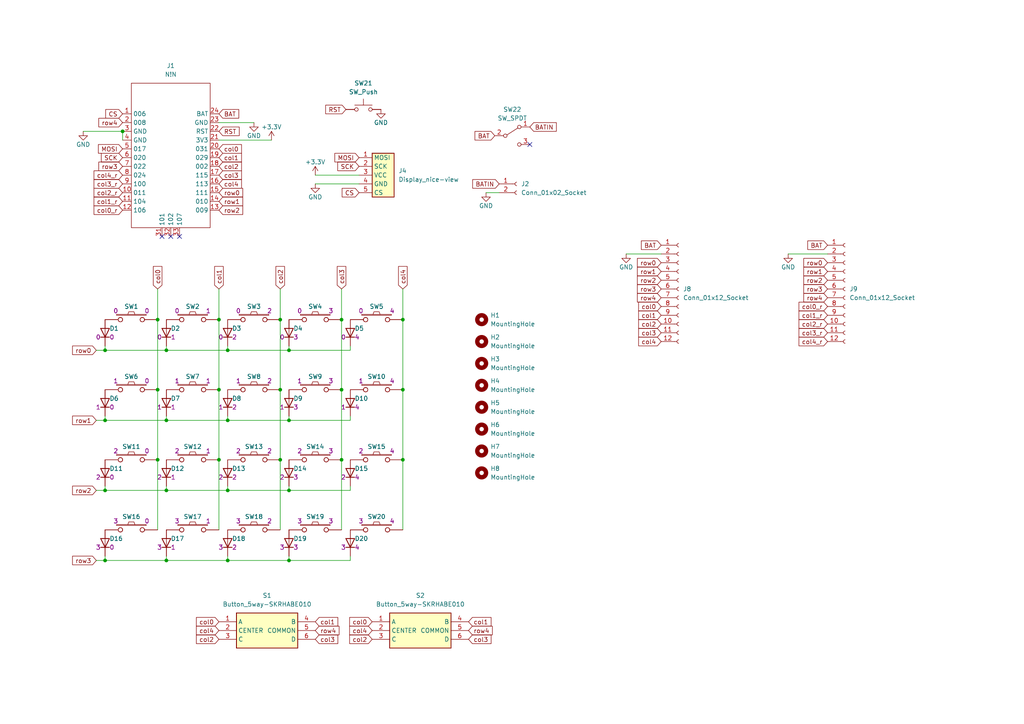
<source format=kicad_sch>
(kicad_sch (version 20230121) (generator eeschema)
  (paper "A4")
  (lib_symbols
    (symbol "Connector:Conn_01x02_Socket" (pin_names (offset 1.016) hide)
      (property "Reference" "J" (at 0 2.54 0))
      (property "Value" "Conn_01x02_Socket" (at 0 -5.08 0))
      (symbol "Conn_01x02_Socket_1_1"
        (arc (start 0 -2.032) (mid -0.5058 -2.54) (end 0 -3.048) (stroke (width 0.1524)))
        (polyline (pts (xy -1.27 -2.54) (xy -0.508 -2.54)) (stroke (width 0.1524)))
        (polyline (pts (xy -1.27 0) (xy -0.508 0)) (stroke (width 0.1524)))
        (arc (start 0 0.508) (mid -0.5058 0) (end 0 -0.508) (stroke (width 0.1524)))
        (pin passive line (at -5.08 0 0) (length 3.81) (name "Pin_1") (number "1"))
        (pin passive line (at -5.08 -2.54 0) (length 3.81) (name "Pin_2") (number "2"))
      )
    )
    (symbol "Connector:Conn_01x12_Socket" (pin_names (offset 1.016) hide)
      (property "Reference" "J" (at 0 15.24 0))
      (property "Value" "Conn_01x12_Socket" (at 0 -17.78 0))
      (symbol "Conn_01x12_Socket_1_1"
        (arc (start 0 -14.732) (mid -0.5058 -15.24) (end 0 -15.748) (stroke (width 0.1524)))
        (arc (start 0 -12.192) (mid -0.5058 -12.7) (end 0 -13.208) (stroke (width 0.1524)))
        (arc (start 0 -9.652) (mid -0.5058 -10.16) (end 0 -10.668) (stroke (width 0.1524)))
        (arc (start 0 -7.112) (mid -0.5058 -7.62) (end 0 -8.128) (stroke (width 0.1524)))
        (arc (start 0 -4.572) (mid -0.5058 -5.08) (end 0 -5.588) (stroke (width 0.1524)))
        (arc (start 0 -2.032) (mid -0.5058 -2.54) (end 0 -3.048) (stroke (width 0.1524)))
        (polyline (pts (xy -1.27 -15.24) (xy -0.508 -15.24)) (stroke (width 0.1524)))
        (polyline (pts (xy -1.27 -12.7) (xy -0.508 -12.7)) (stroke (width 0.1524)))
        (polyline (pts (xy -1.27 -10.16) (xy -0.508 -10.16)) (stroke (width 0.1524)))
        (polyline (pts (xy -1.27 -7.62) (xy -0.508 -7.62)) (stroke (width 0.1524)))
        (polyline (pts (xy -1.27 -5.08) (xy -0.508 -5.08)) (stroke (width 0.1524)))
        (polyline (pts (xy -1.27 -2.54) (xy -0.508 -2.54)) (stroke (width 0.1524)))
        (polyline (pts (xy -1.27 0) (xy -0.508 0)) (stroke (width 0.1524)))
        (polyline (pts (xy -1.27 2.54) (xy -0.508 2.54)) (stroke (width 0.1524)))
        (polyline (pts (xy -1.27 5.08) (xy -0.508 5.08)) (stroke (width 0.1524)))
        (polyline (pts (xy -1.27 7.62) (xy -0.508 7.62)) (stroke (width 0.1524)))
        (polyline (pts (xy -1.27 10.16) (xy -0.508 10.16)) (stroke (width 0.1524)))
        (polyline (pts (xy -1.27 12.7) (xy -0.508 12.7)) (stroke (width 0.1524)))
        (arc (start 0 0.508) (mid -0.5058 0) (end 0 -0.508) (stroke (width 0.1524)))
        (arc (start 0 3.048) (mid -0.5058 2.54) (end 0 2.032) (stroke (width 0.1524)))
        (arc (start 0 5.588) (mid -0.5058 5.08) (end 0 4.572) (stroke (width 0.1524)))
        (arc (start 0 8.128) (mid -0.5058 7.62) (end 0 7.112) (stroke (width 0.1524)))
        (arc (start 0 10.668) (mid -0.5058 10.16) (end 0 9.652) (stroke (width 0.1524)))
        (arc (start 0 13.208) (mid -0.5058 12.7) (end 0 12.192) (stroke (width 0.1524)))
        (pin passive line (at -5.08 12.7 0) (length 3.81) (name "Pin_1") (number "1"))
        (pin passive line (at -5.08 -10.16 0) (length 3.81) (name "Pin_10") (number "10"))
        (pin passive line (at -5.08 -12.7 0) (length 3.81) (name "Pin_11") (number "11"))
        (pin passive line (at -5.08 -15.24 0) (length 3.81) (name "Pin_12") (number "12"))
        (pin passive line (at -5.08 10.16 0) (length 3.81) (name "Pin_2") (number "2"))
        (pin passive line (at -5.08 7.62 0) (length 3.81) (name "Pin_3") (number "3"))
        (pin passive line (at -5.08 5.08 0) (length 3.81) (name "Pin_4") (number "4"))
        (pin passive line (at -5.08 2.54 0) (length 3.81) (name "Pin_5") (number "5"))
        (pin passive line (at -5.08 0 0) (length 3.81) (name "Pin_6") (number "6"))
        (pin passive line (at -5.08 -2.54 0) (length 3.81) (name "Pin_7") (number "7"))
        (pin passive line (at -5.08 -5.08 0) (length 3.81) (name "Pin_8") (number "8"))
        (pin passive line (at -5.08 -7.62 0) (length 3.81) (name "Pin_9") (number "9"))
      )
    )
    (symbol "Mechanical:MountingHole" (pin_names (offset 1.016))
      (property "Reference" "H" (at 0 5.08 0))
      (property "Value" "MountingHole" (at 0 3.175 0))
      (symbol "MountingHole_0_1"
        (circle (center 0 0) (radius 1.27) (stroke (width 1.27)))
      )
    )
    (symbol "Switch:SW_Push" (pin_numbers hide) (pin_names (offset 1.016) hide)
      (property "Reference" "SW" (at 1.27 2.54 0))
      (property "Value" "SW_Push" (at 0 -1.524 0))
      (symbol "SW_Push_0_1"
        (circle (center -2.032 0) (radius 0.508))
        (polyline (pts (xy 0 1.27) (xy 0 3.048)))
        (polyline (pts (xy 2.54 1.27) (xy -2.54 1.27)))
        (circle (center 2.032 0) (radius 0.508))
        (pin passive line (at -5.08 0 0) (length 2.54) (name "1") (number "1"))
        (pin passive line (at 5.08 0 180) (length 2.54) (name "2") (number "2"))
      )
    )
    (symbol "Switch:SW_SPDT" (pin_names (offset 0) hide)
      (property "Reference" "SW" (at 0 4.318 0))
      (property "Value" "SW_SPDT" (at 0 -5.08 0))
      (symbol "SW_SPDT_0_0"
        (circle (center -2.032 0) (radius 0.508))
        (circle (center 2.032 -2.54) (radius 0.508))
      )
      (symbol "SW_SPDT_0_1"
        (polyline (pts (xy -1.524 0.254) (xy 1.651 2.286)))
        (circle (center 2.032 2.54) (radius 0.508))
      )
      (symbol "SW_SPDT_1_1"
        (pin passive line (at 5.08 2.54 180) (length 2.54) (name "A") (number "1"))
        (pin passive line (at -5.08 0 0) (length 2.54) (name "B") (number "2"))
        (pin passive line (at 5.08 -2.54 180) (length 2.54) (name "C") (number "3"))
      )
    )
    (symbol "power:+3.3V" (power) (pin_names (offset 0))
      (property "Value" "+3.3V" (at 0 3.556 0))
      (symbol "+3.3V_0_1"
        (polyline (pts (xy -0.762 1.27) (xy 0 2.54)))
        (polyline (pts (xy 0 0) (xy 0 2.54)))
        (polyline (pts (xy 0 2.54) (xy 0.762 1.27)))
      )
      (symbol "+3.3V_1_1"
        (pin power_in line (at 0 0 90) (length 0) hide (name "+3.3V") (number "1"))
      )
    )
    (symbol "power:GND" (power) (pin_names (offset 0))
      (property "Value" "GND" (at 0 -3.81 0))
      (symbol "GND_0_1"
        (polyline (pts (xy 0 0) (xy 0 -1.27) (xy 1.27 -1.27) (xy 0 -2.54) (xy -1.27 -1.27) (xy 0 -1.27)))
      )
      (symbol "GND_1_1"
        (pin power_in line (at 0 0 270) (length 0) hide (name "GND") (number "1"))
      )
    )
    (symbol "zzkeeb:Button_5way-SKRHABE010"
      (property "Reference" "S" (at 0 8.89 0))
      (property "Value" "Button_5way-SKRHABE010" (at 0 6.35 0))
      (symbol "Button_5way-SKRHABE010_1_1"
        (rectangle (start -8.89 5.08) (end 8.89 -5.08) (stroke (width 0.254)) (fill (type background)))
        (pin passive line (at -13.97 2.54 0) (length 5.08) (name "A") (number "1"))
        (pin passive line (at -13.97 0 0) (length 5.08) (name "CENTER") (number "2"))
        (pin passive line (at -13.97 -2.54 0) (length 5.08) (name "C") (number "3"))
        (pin passive line (at 13.97 2.54 180) (length 5.08) (name "B") (number "4"))
        (pin passive line (at 13.97 0 180) (length 5.08) (name "COMMON") (number "5"))
        (pin passive line (at 13.97 -2.54 180) (length 5.08) (name "D") (number "6"))
      )
    )
    (symbol "zzkeeb:Diode" (pin_numbers hide) (pin_names (offset 1.016) hide)
      (property "Reference" "D" (at 1.27 1.27 0))
      (property "row" "0" (at -1.27 -1.27 0))
      (property "col" "0" (at 1.27 -1.27 0))
      (symbol "Diode_0_1"
        (polyline (pts (xy -1.27 -1.27) (xy 1.27 -1.27)) (stroke (width 0.254)))
        (polyline (pts (xy 0 1.27) (xy 0 -1.27)))
        (polyline (pts (xy -1.27 1.27) (xy 1.27 1.27) (xy 0 -1.27) (xy -1.27 1.27)) (stroke (width 0.254)))
      )
      (symbol "Diode_1_1"
        (pin passive line (at 0 -3.81 90) (length 2.54) (name "K") (number "1"))
        (pin passive line (at 0 3.81 270) (length 2.54) (name "A") (number "2"))
      )
    )
    (symbol "zzkeeb:Display_nice-view"
      (property "Reference" "J" (at 0 11.43 0))
      (property "Value" "Display_nice-view" (at 0 8.89 0))
      (symbol "Display_nice-view_1_1"
        (rectangle (start -2.54 6.35) (end 3.81 -6.35) (stroke (width 0.254)) (fill (type background)))
        (pin input line (at -6.35 5.08 0) (length 3.81) (name "MOSI") (number "1"))
        (pin input line (at -6.35 2.54 0) (length 3.81) (name "SCK") (number "2"))
        (pin power_in line (at -6.35 0 0) (length 3.81) (name "VCC") (number "3"))
        (pin power_out line (at -6.35 -2.54 0) (length 3.81) (name "GND") (number "4"))
        (pin input line (at -6.35 -5.08 0) (length 3.81) (name "CS") (number "5"))
      )
    )
    (symbol "zzkeeb:MCU_nice-nano"
      (property "Reference" "J?" (at -1.27 0 0))
      (property "Value" "N!N" (at -1.27 -2.54 0))
      (symbol "MCU_nice-nano_0_1"
        (rectangle (start -11.43 21.59) (end 11.43 -20.32) (stroke (width 0.1524)))
      )
      (symbol "MCU_nice-nano_1_1"
        (pin bidirectional line (at -13.97 12.7 0) (length 2.54) (name "006") (number "1"))
        (pin bidirectional line (at -13.97 -10.16 0) (length 2.54) (name "011") (number "10"))
        (pin bidirectional line (at -13.97 -12.7 0) (length 2.54) (name "104") (number "11"))
        (pin bidirectional line (at -13.97 -15.24 0) (length 2.54) (name "106") (number "12"))
        (pin bidirectional line (at 13.97 -15.24 180) (length 2.54) (name "009") (number "13"))
        (pin bidirectional line (at 13.97 -12.7 180) (length 2.54) (name "010") (number "14"))
        (pin bidirectional line (at 13.97 -10.16 180) (length 2.54) (name "111") (number "15"))
        (pin bidirectional line (at 13.97 -7.62 180) (length 2.54) (name "113") (number "16"))
        (pin bidirectional line (at 13.97 -5.08 180) (length 2.54) (name "115") (number "17"))
        (pin bidirectional line (at 13.97 -2.54 180) (length 2.54) (name "002") (number "18"))
        (pin bidirectional line (at 13.97 0 180) (length 2.54) (name "029") (number "19"))
        (pin bidirectional line (at -13.97 10.16 0) (length 2.54) (name "008") (number "2"))
        (pin bidirectional line (at 13.97 2.54 180) (length 2.54) (name "031") (number "20"))
        (pin power_in line (at 13.97 5.08 180) (length 2.54) (name "3V3") (number "21"))
        (pin bidirectional line (at 13.97 7.62 180) (length 2.54) (name "RST") (number "22"))
        (pin power_in line (at 13.97 10.16 180) (length 2.54) (name "GND") (number "23"))
        (pin power_in line (at 13.97 12.7 180) (length 2.54) (name "BAT") (number "24"))
        (pin power_in line (at -13.97 7.62 0) (length 2.54) (name "GND") (number "3"))
        (pin bidirectional line (at -2.54 -22.86 90) (length 2.54) (name "101") (number "31"))
        (pin bidirectional line (at 0 -22.86 90) (length 2.54) (name "102") (number "32"))
        (pin bidirectional line (at 2.54 -22.86 90) (length 2.54) (name "107") (number "33"))
        (pin power_in line (at -13.97 5.08 0) (length 2.54) (name "GND") (number "4"))
        (pin bidirectional line (at -13.97 2.54 0) (length 2.54) (name "017") (number "5"))
        (pin bidirectional line (at -13.97 0 0) (length 2.54) (name "020") (number "6"))
        (pin bidirectional line (at -13.97 -2.54 0) (length 2.54) (name "022") (number "7"))
        (pin bidirectional line (at -13.97 -5.08 0) (length 2.54) (name "024") (number "8"))
        (pin bidirectional line (at -13.97 -7.62 0) (length 2.54) (name "100") (number "9"))
      )
    )
    (symbol "zzkeeb:Switch" (pin_numbers hide) (pin_names (offset 1.016) hide)
      (property "Reference" "SW" (at 0 3.81 0))
      (property "row" "0" (at -3.81 2.54 0))
      (property "col" "0" (at 3.81 2.54 0))
      (symbol "Switch_0_1"
        (rectangle (start -4.318 1.524) (end 4.318 1.27))
        (polyline (pts (xy -1.016 1.524) (xy -0.762 2.286) (xy 0.762 2.286) (xy 1.016 1.524)))
        (pin passive inverted (at -7.62 0 0) (length 5.08) (name "1") (number "1"))
        (pin passive inverted (at 7.62 0 180) (length 5.08) (name "2") (number "2"))
      )
    )
  )
  (junction (at 63.5 113.03))
  (junction (at 83.82 142.24))
  (junction (at 81.28 133.35))
  (junction (at 99.06 133.35))
  (junction (at 45.72 133.35))
  (junction (at 48.26 142.24))
  (junction (at 83.82 162.56))
  (junction (at 116.84 113.03))
  (junction (at 63.5 92.71))
  (junction (at 66.04 142.24))
  (junction (at 99.06 113.03))
  (junction (at 30.48 121.92))
  (junction (at 48.26 162.56))
  (junction (at 63.5 133.35))
  (junction (at 48.26 121.92))
  (junction (at 48.26 101.6))
  (junction (at 66.04 162.56))
  (junction (at 30.48 142.24))
  (junction (at 81.28 92.71))
  (junction (at 83.82 101.6))
  (junction (at 116.84 92.71))
  (junction (at 116.84 133.35))
  (junction (at 83.82 121.92))
  (junction (at 66.04 101.6))
  (junction (at 99.06 92.71))
  (junction (at 35.56 38.1))
  (junction (at 45.72 113.03))
  (junction (at 81.28 113.03))
  (junction (at 45.72 92.71))
  (junction (at 30.48 162.56))
  (junction (at 30.48 101.6))
  (junction (at 66.04 121.92))
  (no_connect (at 49.53 68.58))
  (no_connect (at 52.07 68.58))
  (no_connect (at 46.99 68.58))
  (no_connect (at 153.67 41.91))
  (wire (pts (xy 81.28 92.71) (xy 81.28 113.03)))
  (wire (pts (xy 63.5 133.35) (xy 63.5 153.67)))
  (wire (pts (xy 83.82 162.56) (xy 101.6 162.56)))
  (wire (pts (xy 99.06 83.82) (xy 99.06 92.71)))
  (wire (pts (xy 30.48 140.97) (xy 30.48 142.24)))
  (wire (pts (xy 116.84 133.35) (xy 116.84 153.67)))
  (wire (pts (xy 48.26 162.56) (xy 66.04 162.56)))
  (wire (pts (xy 66.04 161.29) (xy 66.04 162.56)))
  (wire (pts (xy 30.48 100.33) (xy 30.48 101.6)))
  (wire (pts (xy 99.06 92.71) (xy 99.06 113.03)))
  (wire (pts (xy 24.13 38.1) (xy 35.56 38.1)))
  (wire (pts (xy 48.26 101.6) (xy 66.04 101.6)))
  (wire (pts (xy 45.72 133.35) (xy 45.72 153.67)))
  (wire (pts (xy 83.82 120.65) (xy 83.82 121.92)))
  (wire (pts (xy 30.48 101.6) (xy 48.26 101.6)))
  (wire (pts (xy 83.82 161.29) (xy 83.82 162.56)))
  (wire (pts (xy 99.06 113.03) (xy 99.06 133.35)))
  (wire (pts (xy 48.26 121.92) (xy 66.04 121.92)))
  (wire (pts (xy 66.04 100.33) (xy 66.04 101.6)))
  (wire (pts (xy 30.48 162.56) (xy 48.26 162.56)))
  (wire (pts (xy 81.28 83.82) (xy 81.28 92.71)))
  (wire (pts (xy 63.5 92.71) (xy 63.5 113.03)))
  (wire (pts (xy 63.5 35.56) (xy 73.66 35.56)))
  (wire (pts (xy 30.48 120.65) (xy 30.48 121.92)))
  (wire (pts (xy 63.5 40.64) (xy 78.74 40.64)))
  (wire (pts (xy 30.48 161.29) (xy 30.48 162.56)))
  (wire (pts (xy 48.26 161.29) (xy 48.26 162.56)))
  (wire (pts (xy 101.6 100.33) (xy 101.6 101.6)))
  (wire (pts (xy 66.04 142.24) (xy 83.82 142.24)))
  (wire (pts (xy 66.04 101.6) (xy 83.82 101.6)))
  (wire (pts (xy 66.04 162.56) (xy 83.82 162.56)))
  (wire (pts (xy 30.48 142.24) (xy 48.26 142.24)))
  (wire (pts (xy 63.5 83.82) (xy 63.5 92.71)))
  (wire (pts (xy 99.06 133.35) (xy 99.06 153.67)))
  (wire (pts (xy 45.72 83.82) (xy 45.72 92.71)))
  (wire (pts (xy 48.26 142.24) (xy 66.04 142.24)))
  (wire (pts (xy 81.28 113.03) (xy 81.28 133.35)))
  (wire (pts (xy 45.72 92.71) (xy 45.72 113.03)))
  (wire (pts (xy 30.48 121.92) (xy 48.26 121.92)))
  (wire (pts (xy 66.04 121.92) (xy 83.82 121.92)))
  (wire (pts (xy 27.94 142.24) (xy 30.48 142.24)))
  (wire (pts (xy 45.72 113.03) (xy 45.72 133.35)))
  (wire (pts (xy 83.82 121.92) (xy 101.6 121.92)))
  (wire (pts (xy 83.82 101.6) (xy 101.6 101.6)))
  (wire (pts (xy 116.84 83.82) (xy 116.84 92.71)))
  (wire (pts (xy 27.94 162.56) (xy 30.48 162.56)))
  (wire (pts (xy 91.44 53.34) (xy 104.14 53.34)))
  (wire (pts (xy 116.84 92.71) (xy 116.84 113.03)))
  (wire (pts (xy 81.28 133.35) (xy 81.28 153.67)))
  (wire (pts (xy 116.84 113.03) (xy 116.84 133.35)))
  (wire (pts (xy 66.04 140.97) (xy 66.04 142.24)))
  (wire (pts (xy 48.26 100.33) (xy 48.26 101.6)))
  (wire (pts (xy 83.82 140.97) (xy 83.82 142.24)))
  (wire (pts (xy 35.56 38.1) (xy 35.56 40.64)))
  (wire (pts (xy 228.6 73.66) (xy 240.03 73.66)))
  (wire (pts (xy 83.82 142.24) (xy 101.6 142.24)))
  (wire (pts (xy 101.6 140.97) (xy 101.6 142.24)))
  (wire (pts (xy 63.5 113.03) (xy 63.5 133.35)))
  (wire (pts (xy 27.94 121.92) (xy 30.48 121.92)))
  (wire (pts (xy 181.61 73.66) (xy 191.77 73.66)))
  (wire (pts (xy 27.94 101.6) (xy 30.48 101.6)))
  (wire (pts (xy 140.97 55.88) (xy 144.78 55.88)))
  (wire (pts (xy 101.6 161.29) (xy 101.6 162.56)))
  (wire (pts (xy 66.04 120.65) (xy 66.04 121.92)))
  (wire (pts (xy 48.26 140.97) (xy 48.26 142.24)))
  (wire (pts (xy 83.82 100.33) (xy 83.82 101.6)))
  (wire (pts (xy 101.6 120.65) (xy 101.6 121.92)))
  (wire (pts (xy 91.44 50.8) (xy 104.14 50.8)))
  (wire (pts (xy 48.26 120.65) (xy 48.26 121.92)))
  (global_label "col2" (shape input) (at 191.77 93.98 180) (property "Intersheetrefs" "${INTERSHEET_REFS}" (effects hide)))
  (global_label "col4" (shape input) (at 107.95 182.88 180) (property "Intersheetrefs" "${INTERSHEET_REFS}" (effects hide)))
  (global_label "col1" (shape input) (at 191.77 91.44 180) (property "Intersheetrefs" "${INTERSHEET_REFS}" (effects hide)))
  (global_label "row1" (shape input) (at 63.5 58.42 0) (property "Intersheetrefs" "${INTERSHEET_REFS}" (effects hide)))
  (global_label "row2" (shape input) (at 63.5 60.96 0) (property "Intersheetrefs" "${INTERSHEET_REFS}" (effects hide)))
  (global_label "SCK" (shape input) (at 104.14 48.26 180) (property "Intersheetrefs" "${INTERSHEET_REFS}" (effects hide)))
  (global_label "col2" (shape input) (at 81.28 83.82 90) (property "Intersheetrefs" "${INTERSHEET_REFS}" (effects hide)))
  (global_label "col4" (shape input) (at 191.77 99.06 180) (property "Intersheetrefs" "${INTERSHEET_REFS}" (effects hide)))
  (global_label "col3" (shape input) (at 91.44 185.42 0) (property "Intersheetrefs" "${INTERSHEET_REFS}" (effects hide)))
  (global_label "CS" (shape input) (at 35.56 33.02 180) (property "Intersheetrefs" "${INTERSHEET_REFS}" (effects hide)))
  (global_label "col4" (shape input) (at 63.5 182.88 180) (property "Intersheetrefs" "${INTERSHEET_REFS}" (effects hide)))
  (global_label "MOSI" (shape input) (at 35.56 43.18 180) (property "Intersheetrefs" "${INTERSHEET_REFS}" (effects hide)))
  (global_label "col4" (shape input) (at 116.84 83.82 90) (property "Intersheetrefs" "${INTERSHEET_REFS}" (effects hide)))
  (global_label "col3_r" (shape input) (at 240.03 96.52 180) (property "Intersheetrefs" "${INTERSHEET_REFS}" (effects hide)))
  (global_label "col1" (shape input) (at 63.5 83.82 90) (property "Intersheetrefs" "${INTERSHEET_REFS}" (effects hide)))
  (global_label "row4" (shape input) (at 91.44 182.88 0) (property "Intersheetrefs" "${INTERSHEET_REFS}" (effects hide)))
  (global_label "col3" (shape input) (at 99.06 83.82 90) (property "Intersheetrefs" "${INTERSHEET_REFS}" (effects hide)))
  (global_label "col1_r" (shape input) (at 240.03 91.44 180) (property "Intersheetrefs" "${INTERSHEET_REFS}" (effects hide)))
  (global_label "CS" (shape input) (at 104.14 55.88 180) (property "Intersheetrefs" "${INTERSHEET_REFS}" (effects hide)))
  (global_label "row4" (shape input) (at 191.77 86.36 180) (property "Intersheetrefs" "${INTERSHEET_REFS}" (effects hide)))
  (global_label "col1_r" (shape input) (at 35.56 58.42 180) (property "Intersheetrefs" "${INTERSHEET_REFS}" (effects hide)))
  (global_label "col2" (shape input) (at 63.5 185.42 180) (property "Intersheetrefs" "${INTERSHEET_REFS}" (effects hide)))
  (global_label "col1" (shape input) (at 91.44 180.34 0) (property "Intersheetrefs" "${INTERSHEET_REFS}" (effects hide)))
  (global_label "row1" (shape input) (at 191.77 78.74 180) (property "Intersheetrefs" "${INTERSHEET_REFS}" (effects hide)))
  (global_label "row0" (shape input) (at 63.5 55.88 0) (property "Intersheetrefs" "${INTERSHEET_REFS}" (effects hide)))
  (global_label "row2" (shape input) (at 191.77 81.28 180) (property "Intersheetrefs" "${INTERSHEET_REFS}" (effects hide)))
  (global_label "row3" (shape input) (at 27.94 162.56 180) (property "Intersheetrefs" "${INTERSHEET_REFS}" (effects hide)))
  (global_label "row4" (shape input) (at 35.56 35.56 180) (property "Intersheetrefs" "${INTERSHEET_REFS}" (effects hide)))
  (global_label "row3" (shape input) (at 240.03 83.82 180) (property "Intersheetrefs" "${INTERSHEET_REFS}" (effects hide)))
  (global_label "row1" (shape input) (at 240.03 78.74 180) (property "Intersheetrefs" "${INTERSHEET_REFS}" (effects hide)))
  (global_label "BAT" (shape input) (at 63.5 33.02 0) (property "Intersheetrefs" "${INTERSHEET_REFS}" (effects hide)))
  (global_label "row4" (shape input) (at 135.89 182.88 0) (property "Intersheetrefs" "${INTERSHEET_REFS}" (effects hide)))
  (global_label "col4_r" (shape input) (at 35.56 50.8 180) (property "Intersheetrefs" "${INTERSHEET_REFS}" (effects hide)))
  (global_label "col0" (shape input) (at 63.5 43.18 0) (property "Intersheetrefs" "${INTERSHEET_REFS}" (effects hide)))
  (global_label "col3_r" (shape input) (at 35.56 53.34 180) (property "Intersheetrefs" "${INTERSHEET_REFS}" (effects hide)))
  (global_label "col0" (shape input) (at 45.72 83.82 90) (property "Intersheetrefs" "${INTERSHEET_REFS}" (effects hide)))
  (global_label "BAT" (shape input) (at 240.03 71.12 180) (property "Intersheetrefs" "${INTERSHEET_REFS}" (effects hide)))
  (global_label "BAT" (shape input) (at 191.77 71.12 180) (property "Intersheetrefs" "${INTERSHEET_REFS}" (effects hide)))
  (global_label "SCK" (shape input) (at 35.56 45.72 180) (property "Intersheetrefs" "${INTERSHEET_REFS}" (effects hide)))
  (global_label "row4" (shape input) (at 240.03 86.36 180) (property "Intersheetrefs" "${INTERSHEET_REFS}" (effects hide)))
  (global_label "row3" (shape input) (at 35.56 48.26 180) (property "Intersheetrefs" "${INTERSHEET_REFS}" (effects hide)))
  (global_label "col1" (shape input) (at 63.5 45.72 0) (property "Intersheetrefs" "${INTERSHEET_REFS}" (effects hide)))
  (global_label "col0" (shape input) (at 191.77 88.9 180) (property "Intersheetrefs" "${INTERSHEET_REFS}" (effects hide)))
  (global_label "col2" (shape input) (at 107.95 185.42 180) (property "Intersheetrefs" "${INTERSHEET_REFS}" (effects hide)))
  (global_label "row2" (shape input) (at 240.03 81.28 180) (property "Intersheetrefs" "${INTERSHEET_REFS}" (effects hide)))
  (global_label "col0" (shape input) (at 107.95 180.34 180) (property "Intersheetrefs" "${INTERSHEET_REFS}" (effects hide)))
  (global_label "row1" (shape input) (at 27.94 121.92 180) (property "Intersheetrefs" "${INTERSHEET_REFS}" (effects hide)))
  (global_label "RST" (shape input) (at 63.5 38.1 0) (property "Intersheetrefs" "${INTERSHEET_REFS}" (effects hide)))
  (global_label "BATIN" (shape input) (at 153.67 36.83 0) (property "Intersheetrefs" "${INTERSHEET_REFS}" (effects hide)))
  (global_label "RST" (shape input) (at 100.33 31.75 180) (property "Intersheetrefs" "${INTERSHEET_REFS}" (effects hide)))
  (global_label "col4" (shape input) (at 63.5 53.34 0) (property "Intersheetrefs" "${INTERSHEET_REFS}" (effects hide)))
  (global_label "col2" (shape input) (at 63.5 48.26 0) (property "Intersheetrefs" "${INTERSHEET_REFS}" (effects hide)))
  (global_label "col3" (shape input) (at 135.89 185.42 0) (property "Intersheetrefs" "${INTERSHEET_REFS}" (effects hide)))
  (global_label "col4_r" (shape input) (at 240.03 99.06 180) (property "Intersheetrefs" "${INTERSHEET_REFS}" (effects hide)))
  (global_label "row3" (shape input) (at 191.77 83.82 180) (property "Intersheetrefs" "${INTERSHEET_REFS}" (effects hide)))
  (global_label "col2_r" (shape input) (at 240.03 93.98 180) (property "Intersheetrefs" "${INTERSHEET_REFS}" (effects hide)))
  (global_label "row2" (shape input) (at 27.94 142.24 180) (property "Intersheetrefs" "${INTERSHEET_REFS}" (effects hide)))
  (global_label "MOSI" (shape input) (at 104.14 45.72 180) (property "Intersheetrefs" "${INTERSHEET_REFS}" (effects hide)))
  (global_label "col0_r" (shape input) (at 35.56 60.96 180) (property "Intersheetrefs" "${INTERSHEET_REFS}" (effects hide)))
  (global_label "row0" (shape input) (at 191.77 76.2 180) (property "Intersheetrefs" "${INTERSHEET_REFS}" (effects hide)))
  (global_label "col0_r" (shape input) (at 240.03 88.9 180) (property "Intersheetrefs" "${INTERSHEET_REFS}" (effects hide)))
  (global_label "col3" (shape input) (at 63.5 50.8 0) (property "Intersheetrefs" "${INTERSHEET_REFS}" (effects hide)))
  (global_label "col1" (shape input) (at 135.89 180.34 0) (property "Intersheetrefs" "${INTERSHEET_REFS}" (effects hide)))
  (global_label "col3" (shape input) (at 191.77 96.52 180) (property "Intersheetrefs" "${INTERSHEET_REFS}" (effects hide)))
  (global_label "BATIN" (shape input) (at 144.78 53.34 180) (property "Intersheetrefs" "${INTERSHEET_REFS}" (effects hide)))
  (global_label "row0" (shape input) (at 240.03 76.2 180) (property "Intersheetrefs" "${INTERSHEET_REFS}" (effects hide)))
  (global_label "row0" (shape input) (at 27.94 101.6 180) (property "Intersheetrefs" "${INTERSHEET_REFS}" (effects hide)))
  (global_label "col2_r" (shape input) (at 35.56 55.88 180) (property "Intersheetrefs" "${INTERSHEET_REFS}" (effects hide)))
  (global_label "BAT" (shape input) (at 143.51 39.37 180) (property "Intersheetrefs" "${INTERSHEET_REFS}" (effects hide)))
  (global_label "col0" (shape input) (at 63.5 180.34 180) (property "Intersheetrefs" "${INTERSHEET_REFS}" (effects hide)))
  (symbol (lib_id "zzkeeb:Switch") (at 38.1 133.35 0) (unit 1)
    (property "Reference" "SW11" (at 38.1 129.54 0))
    (property "Value" "Switch" (effects hide))
    (property "Footprint" "zzkeeb:Switch_ChocV1-hotswap-reversible" (effects hide))
    (property "row" "2" (at 34.29 130.81 0) (effects (justify right)))
    (property "col" "0" (at 41.91 130.81 0) (effects (justify left)))
  )
  (symbol (lib_id "zzkeeb:Switch") (at 91.44 92.71 0) (unit 1)
    (property "Reference" "SW4" (at 91.44 88.9 0))
    (property "Value" "Switch" (effects hide))
    (property "Footprint" "zzkeeb:Switch_ChocV1-hotswap-reversible" (effects hide))
    (property "row" "0" (at 87.63 90.17 0) (effects (justify right)))
    (property "col" "3" (at 95.25 90.17 0) (effects (justify left)))
  )
  (symbol (lib_id "zzkeeb:Switch") (at 73.66 113.03 0) (unit 1)
    (property "Reference" "SW8" (at 73.66 109.22 0))
    (property "Value" "Switch" (effects hide))
    (property "Footprint" "zzkeeb:Switch_ChocV1-hotswap-reversible" (effects hide))
    (property "row" "1" (at 69.85 110.49 0) (effects (justify right)))
    (property "col" "2" (at 77.47 110.49 0) (effects (justify left)))
  )
  (symbol (lib_id "zzkeeb:Diode") (at 66.04 96.52 0) (unit 1)
    (property "Reference" "D3" (at 67.31 95.25 0) (effects (justify left)))
    (property "Value" "D" (effects hide))
    (property "Footprint" "zzkeeb:Diode_1N4148-SOD123-reversible-flip3d" (effects hide))
    (property "Sim.Device" "D" (effects hide))
    (property "Sim.Pins" "1=K 2=A" (effects hide))
    (property "row" "0" (at 64.77 97.79 0) (effects (justify right)))
    (property "col" "2" (at 67.31 97.79 0) (effects (justify left)))
  )
  (symbol (lib_id "zzkeeb:Diode") (at 83.82 137.16 0) (unit 1)
    (property "Reference" "D14" (at 85.09 135.89 0) (effects (justify left)))
    (property "Value" "D" (effects hide))
    (property "Footprint" "zzkeeb:Diode_1N4148-SOD123-reversible-flip3d" (effects hide))
    (property "Sim.Device" "D" (effects hide))
    (property "Sim.Pins" "1=K 2=A" (effects hide))
    (property "row" "2" (at 82.55 138.43 0) (effects (justify right)))
    (property "col" "3" (at 85.09 138.43 0) (effects (justify left)))
  )
  (symbol (lib_id "zzkeeb:Diode") (at 30.48 96.52 0) (unit 1)
    (property "Reference" "D1" (at 31.75 95.25 0) (effects (justify left)))
    (property "Value" "D" (effects hide))
    (property "Footprint" "zzkeeb:Diode_1N4148-SOD123-reversible-flip3d" (effects hide))
    (property "Sim.Device" "D" (effects hide))
    (property "Sim.Pins" "1=K 2=A" (effects hide))
    (property "row" "0" (at 29.21 97.79 0) (effects (justify right)))
    (property "col" "0" (at 31.75 97.79 0) (effects (justify left)))
  )
  (symbol (lib_id "zzkeeb:Diode") (at 30.48 116.84 0) (unit 1)
    (property "Reference" "D6" (at 31.75 115.57 0) (effects (justify left)))
    (property "Value" "D" (effects hide))
    (property "Footprint" "zzkeeb:Diode_1N4148-SOD123-reversible-flip3d" (effects hide))
    (property "Sim.Device" "D" (effects hide))
    (property "Sim.Pins" "1=K 2=A" (effects hide))
    (property "row" "1" (at 29.21 118.11 0) (effects (justify right)))
    (property "col" "0" (at 31.75 118.11 0) (effects (justify left)))
  )
  (symbol (lib_id "zzkeeb:Diode") (at 66.04 116.84 0) (unit 1)
    (property "Reference" "D8" (at 67.31 115.57 0) (effects (justify left)))
    (property "Value" "D" (effects hide))
    (property "Footprint" "zzkeeb:Diode_1N4148-SOD123-reversible-flip3d" (effects hide))
    (property "Sim.Device" "D" (effects hide))
    (property "Sim.Pins" "1=K 2=A" (effects hide))
    (property "row" "1" (at 64.77 118.11 0) (effects (justify right)))
    (property "col" "2" (at 67.31 118.11 0) (effects (justify left)))
  )
  (symbol (lib_id "Mechanical:MountingHole") (at 139.7 124.46 0) (unit 1)
    (property "Reference" "H6" (at 142.24 123.19 0) (effects (justify left)))
    (property "Value" "MountingHole" (at 142.24 125.73 0) (effects (justify left)))
    (property "Footprint" "zzkeeb:Hole_M2-TH" (effects hide))
  )
  (symbol (lib_id "Mechanical:MountingHole") (at 139.7 92.71 0) (unit 1)
    (property "Reference" "H1" (at 142.24 91.44 0) (effects (justify left)))
    (property "Value" "MountingHole" (at 142.24 93.98 0) (effects (justify left)))
    (property "Footprint" "zzkeeb:Hole_M2-TH" (effects hide))
  )
  (symbol (lib_id "zzkeeb:Switch") (at 91.44 153.67 0) (unit 1)
    (property "Reference" "SW19" (at 91.44 149.86 0))
    (property "Value" "Switch" (effects hide))
    (property "Footprint" "zzkeeb:Switch_ChocV1-hotswap-reversible" (effects hide))
    (property "row" "3" (at 87.63 151.13 0) (effects (justify right)))
    (property "col" "3" (at 95.25 151.13 0) (effects (justify left)))
  )
  (symbol (lib_id "zzkeeb:Button_5way-SKRHABE010") (at 77.47 182.88 0) (unit 1)
    (property "Reference" "S1" (at 77.47 172.72 0))
    (property "Value" "Button_5way-SKRHABE010" (at 77.47 175.26 0))
    (property "Footprint" "zzkeeb:Button_5way-SKRHABE010" (effects hide))
    (property "Height" "5" (effects hide))
    (property "Mouser Part Number" "688-SKRHAB" (effects hide))
    (property "Mouser Price/Stock" "https://www.mouser.co.uk/ProductDetail/Alps-Alpine/SKRHABE010?qs=seHrhfPpLDxEOwRqoDvYHw%3D%3D" (effects hide))
    (property "Manufacturer_Name" "ALPS Electric" (effects hide))
    (property "Manufacturer_Part_Number" "SKRHABE010" (effects hide))
  )
  (symbol (lib_id "zzkeeb:Diode") (at 66.04 137.16 0) (unit 1)
    (property "Reference" "D13" (at 67.31 135.89 0) (effects (justify left)))
    (property "Value" "D" (effects hide))
    (property "Footprint" "zzkeeb:Diode_1N4148-SOD123-reversible-flip3d" (effects hide))
    (property "Sim.Device" "D" (effects hide))
    (property "Sim.Pins" "1=K 2=A" (effects hide))
    (property "row" "2" (at 64.77 138.43 0) (effects (justify right)))
    (property "col" "2" (at 67.31 138.43 0) (effects (justify left)))
  )
  (symbol (lib_id "power:GND") (at 110.49 31.75 0) (unit 1)
    (property "Reference" "#PWR05" (effects hide))
    (property "Value" "GND" (at 110.49 35.56 0))
  )
  (symbol (lib_id "zzkeeb:Switch") (at 109.22 133.35 0) (unit 1)
    (property "Reference" "SW15" (at 109.22 129.54 0))
    (property "Value" "Switch" (effects hide))
    (property "Footprint" "zzkeeb:Switch_ChocV1-hotswap-reversible" (effects hide))
    (property "row" "2" (at 105.41 130.81 0) (effects (justify right)))
    (property "col" "4" (at 113.03 130.81 0) (effects (justify left)))
  )
  (symbol (lib_id "zzkeeb:Switch") (at 109.22 153.67 0) (unit 1)
    (property "Reference" "SW20" (at 109.22 149.86 0))
    (property "Value" "Switch" (effects hide))
    (property "Footprint" "zzkeeb:Switch_ChocV1-hotswap-reversible" (effects hide))
    (property "row" "3" (at 105.41 151.13 0) (effects (justify right)))
    (property "col" "4" (at 113.03 151.13 0) (effects (justify left)))
  )
  (symbol (lib_id "zzkeeb:Switch") (at 38.1 153.67 0) (unit 1)
    (property "Reference" "SW16" (at 38.1 149.86 0))
    (property "Value" "Switch" (effects hide))
    (property "Footprint" "zzkeeb:Switch_ChocV1-hotswap-reversible" (effects hide))
    (property "row" "3" (at 34.29 151.13 0) (effects (justify right)))
    (property "col" "0" (at 41.91 151.13 0) (effects (justify left)))
  )
  (symbol (lib_id "power:GND") (at 228.6 73.66 0) (unit 1)
    (property "Reference" "#PWR013" (effects hide))
    (property "Value" "GND" (at 228.6 77.47 0))
  )
  (symbol (lib_id "zzkeeb:Diode") (at 48.26 116.84 0) (unit 1)
    (property "Reference" "D7" (at 49.53 115.57 0) (effects (justify left)))
    (property "Value" "D" (effects hide))
    (property "Footprint" "zzkeeb:Diode_1N4148-SOD123-reversible-flip3d" (effects hide))
    (property "Sim.Device" "D" (effects hide))
    (property "Sim.Pins" "1=K 2=A" (effects hide))
    (property "row" "1" (at 46.99 118.11 0) (effects (justify right)))
    (property "col" "1" (at 49.53 118.11 0) (effects (justify left)))
  )
  (symbol (lib_id "zzkeeb:Switch") (at 73.66 153.67 0) (unit 1)
    (property "Reference" "SW18" (at 73.66 149.86 0))
    (property "Value" "Switch" (effects hide))
    (property "Footprint" "zzkeeb:Switch_ChocV1-hotswap-reversible" (effects hide))
    (property "row" "3" (at 69.85 151.13 0) (effects (justify right)))
    (property "col" "2" (at 77.47 151.13 0) (effects (justify left)))
  )
  (symbol (lib_id "zzkeeb:Switch") (at 73.66 92.71 0) (unit 1)
    (property "Reference" "SW3" (at 73.66 88.9 0))
    (property "Value" "Switch" (effects hide))
    (property "Footprint" "zzkeeb:Switch_ChocV1-hotswap-reversible" (effects hide))
    (property "row" "0" (at 69.85 90.17 0) (effects (justify right)))
    (property "col" "2" (at 77.47 90.17 0) (effects (justify left)))
  )
  (symbol (lib_id "Connector:Conn_01x12_Socket") (at 196.85 83.82 0) (unit 1)
    (property "Reference" "J8" (at 198.12 83.82 0) (effects (justify left)))
    (property "Value" "Conn_01x12_Socket" (at 198.12 86.36 0) (effects (justify left)))
    (property "Footprint" "zzkeeb:Connector_FFC-12pin-1mm-horizontal" (effects hide))
  )
  (symbol (lib_id "zzkeeb:Diode") (at 48.26 96.52 0) (unit 1)
    (property "Reference" "D2" (at 49.53 95.25 0) (effects (justify left)))
    (property "Value" "D" (effects hide))
    (property "Footprint" "zzkeeb:Diode_1N4148-SOD123-reversible-flip3d" (effects hide))
    (property "Sim.Device" "D" (effects hide))
    (property "Sim.Pins" "1=K 2=A" (effects hide))
    (property "row" "0" (at 46.99 97.79 0) (effects (justify right)))
    (property "col" "1" (at 49.53 97.79 0) (effects (justify left)))
  )
  (symbol (lib_id "zzkeeb:Switch") (at 73.66 133.35 0) (unit 1)
    (property "Reference" "SW13" (at 73.66 129.54 0))
    (property "Value" "Switch" (effects hide))
    (property "Footprint" "zzkeeb:Switch_ChocV1-hotswap-reversible" (effects hide))
    (property "row" "2" (at 69.85 130.81 0) (effects (justify right)))
    (property "col" "2" (at 77.47 130.81 0) (effects (justify left)))
  )
  (symbol (lib_id "power:GND") (at 91.44 53.34 0) (unit 1)
    (property "Reference" "#PWR01" (effects hide))
    (property "Value" "GND" (at 91.44 57.15 0))
  )
  (symbol (lib_id "zzkeeb:Diode") (at 30.48 137.16 0) (unit 1)
    (property "Reference" "D11" (at 31.75 135.89 0) (effects (justify left)))
    (property "Value" "D" (effects hide))
    (property "Footprint" "zzkeeb:Diode_1N4148-SOD123-reversible-flip3d" (effects hide))
    (property "Sim.Device" "D" (effects hide))
    (property "Sim.Pins" "1=K 2=A" (effects hide))
    (property "row" "2" (at 29.21 138.43 0) (effects (justify right)))
    (property "col" "0" (at 31.75 138.43 0) (effects (justify left)))
  )
  (symbol (lib_id "Connector:Conn_01x12_Socket") (at 245.11 83.82 0) (unit 1)
    (property "Reference" "J9" (at 246.38 83.82 0) (effects (justify left)))
    (property "Value" "Conn_01x12_Socket" (at 246.38 86.36 0) (effects (justify left)))
    (property "Footprint" "zzkeeb:Connector_FFC-12pin-1mm-horizontal" (effects hide))
  )
  (symbol (lib_id "power:+3.3V") (at 91.44 50.8 0) (unit 1)
    (property "Reference" "#PWR02" (effects hide))
    (property "Value" "+3.3V" (at 91.44 46.99 0))
  )
  (symbol (lib_id "Connector:Conn_01x02_Socket") (at 149.86 53.34 0) (unit 1)
    (property "Reference" "J2" (at 151.13 53.34 0) (effects (justify left)))
    (property "Value" "Conn_01x02_Socket" (at 151.13 55.88 0) (effects (justify left)))
    (property "Footprint" "zzkeeb:Connector_JST-1x02-2.00mm" (effects hide))
  )
  (symbol (lib_id "Mechanical:MountingHole") (at 139.7 99.06 0) (unit 1)
    (property "Reference" "H2" (at 142.24 97.79 0) (effects (justify left)))
    (property "Value" "MountingHole" (at 142.24 100.33 0) (effects (justify left)))
    (property "Footprint" "zzkeeb:Hole_M2-TH" (effects hide))
  )
  (symbol (lib_id "zzkeeb:Diode") (at 83.82 96.52 0) (unit 1)
    (property "Reference" "D4" (at 85.09 95.25 0) (effects (justify left)))
    (property "Value" "D" (effects hide))
    (property "Footprint" "zzkeeb:Diode_1N4148-SOD123-reversible-flip3d" (effects hide))
    (property "Sim.Device" "D" (effects hide))
    (property "Sim.Pins" "1=K 2=A" (effects hide))
    (property "row" "0" (at 82.55 97.79 0) (effects (justify right)))
    (property "col" "3" (at 85.09 97.79 0) (effects (justify left)))
  )
  (symbol (lib_id "power:GND") (at 140.97 55.88 0) (unit 1)
    (property "Reference" "#PWR04" (effects hide))
    (property "Value" "GND" (at 140.97 59.69 0))
  )
  (symbol (lib_id "zzkeeb:Diode") (at 83.82 157.48 0) (unit 1)
    (property "Reference" "D19" (at 85.09 156.21 0) (effects (justify left)))
    (property "Value" "D" (effects hide))
    (property "Footprint" "zzkeeb:Diode_1N4148-SOD123-reversible-flip3d" (effects hide))
    (property "Sim.Device" "D" (effects hide))
    (property "Sim.Pins" "1=K 2=A" (effects hide))
    (property "row" "3" (at 82.55 158.75 0) (effects (justify right)))
    (property "col" "3" (at 85.09 158.75 0) (effects (justify left)))
  )
  (symbol (lib_id "Mechanical:MountingHole") (at 139.7 118.11 0) (unit 1)
    (property "Reference" "H5" (at 142.24 116.84 0) (effects (justify left)))
    (property "Value" "MountingHole" (at 142.24 119.38 0) (effects (justify left)))
    (property "Footprint" "zzkeeb:Hole_M2-TH" (effects hide))
  )
  (symbol (lib_id "zzkeeb:Diode") (at 101.6 96.52 0) (unit 1)
    (property "Reference" "D5" (at 102.87 95.25 0) (effects (justify left)))
    (property "Value" "D" (effects hide))
    (property "Footprint" "zzkeeb:Diode_1N4148-SOD123-reversible-flip3d" (effects hide))
    (property "Sim.Device" "D" (effects hide))
    (property "Sim.Pins" "1=K 2=A" (effects hide))
    (property "row" "0" (at 100.33 97.79 0) (effects (justify right)))
    (property "col" "4" (at 102.87 97.79 0) (effects (justify left)))
  )
  (symbol (lib_id "zzkeeb:MCU_nice-nano") (at 49.53 45.72 0) (unit 1)
    (property "Reference" "J1" (at 49.53 19.05 0))
    (property "Value" "N!N" (at 49.53 21.59 0))
    (property "Footprint" "zzkeeb:MCU_nice-nano" (effects hide))
  )
  (symbol (lib_id "zzkeeb:Switch") (at 38.1 113.03 0) (unit 1)
    (property "Reference" "SW6" (at 38.1 109.22 0))
    (property "Value" "Switch" (effects hide))
    (property "Footprint" "zzkeeb:Switch_ChocV1-hotswap-reversible" (effects hide))
    (property "row" "1" (at 34.29 110.49 0) (effects (justify right)))
    (property "col" "0" (at 41.91 110.49 0) (effects (justify left)))
  )
  (symbol (lib_id "zzkeeb:Switch") (at 38.1 92.71 0) (unit 1)
    (property "Reference" "SW1" (at 38.1 88.9 0))
    (property "Value" "Switch" (effects hide))
    (property "Footprint" "zzkeeb:Switch_ChocV1-hotswap-reversible" (effects hide))
    (property "row" "0" (at 34.29 90.17 0) (effects (justify right)))
    (property "col" "0" (at 41.91 90.17 0) (effects (justify left)))
  )
  (symbol (lib_id "zzkeeb:Switch") (at 109.22 113.03 0) (unit 1)
    (property "Reference" "SW10" (at 109.22 109.22 0))
    (property "Value" "Switch" (effects hide))
    (property "Footprint" "zzkeeb:Switch_ChocV1-hotswap-reversible" (effects hide))
    (property "row" "1" (at 105.41 110.49 0) (effects (justify right)))
    (property "col" "4" (at 113.03 110.49 0) (effects (justify left)))
  )
  (symbol (lib_id "power:+3.3V") (at 78.74 40.64 0) (unit 1)
    (property "Reference" "#PWR03" (effects hide))
    (property "Value" "+3.3V" (at 78.74 36.83 0))
  )
  (symbol (lib_id "zzkeeb:Display_nice-view") (at 110.49 50.8 0) (unit 1)
    (property "Reference" "J4" (at 115.57 49.53 0) (effects (justify left)))
    (property "Value" "Display_nice-view" (at 115.57 52.07 0) (effects (justify left)))
    (property "Footprint" "zzkeeb:Display_nice-view" (effects hide))
  )
  (symbol (lib_id "zzkeeb:Switch") (at 91.44 113.03 0) (unit 1)
    (property "Reference" "SW9" (at 91.44 109.22 0))
    (property "Value" "Switch" (effects hide))
    (property "Footprint" "zzkeeb:Switch_ChocV1-hotswap-reversible" (effects hide))
    (property "row" "1" (at 87.63 110.49 0) (effects (justify right)))
    (property "col" "3" (at 95.25 110.49 0) (effects (justify left)))
  )
  (symbol (lib_id "zzkeeb:Switch") (at 55.88 113.03 0) (unit 1)
    (property "Reference" "SW7" (at 55.88 109.22 0))
    (property "Value" "Switch" (effects hide))
    (property "Footprint" "zzkeeb:Switch_ChocV1-hotswap-reversible" (effects hide))
    (property "row" "1" (at 52.07 110.49 0) (effects (justify right)))
    (property "col" "1" (at 59.69 110.49 0) (effects (justify left)))
  )
  (symbol (lib_id "zzkeeb:Diode") (at 48.26 157.48 0) (unit 1)
    (property "Reference" "D17" (at 49.53 156.21 0) (effects (justify left)))
    (property "Value" "D" (effects hide))
    (property "Footprint" "zzkeeb:Diode_1N4148-SOD123-reversible-flip3d" (effects hide))
    (property "Sim.Device" "D" (effects hide))
    (property "Sim.Pins" "1=K 2=A" (effects hide))
    (property "row" "3" (at 46.99 158.75 0) (effects (justify right)))
    (property "col" "1" (at 49.53 158.75 0) (effects (justify left)))
  )
  (symbol (lib_id "zzkeeb:Diode") (at 101.6 116.84 0) (unit 1)
    (property "Reference" "D10" (at 102.87 115.57 0) (effects (justify left)))
    (property "Value" "D" (effects hide))
    (property "Footprint" "zzkeeb:Diode_1N4148-SOD123-reversible-flip3d" (effects hide))
    (property "Sim.Device" "D" (effects hide))
    (property "Sim.Pins" "1=K 2=A" (effects hide))
    (property "row" "1" (at 100.33 118.11 0) (effects (justify right)))
    (property "col" "4" (at 102.87 118.11 0) (effects (justify left)))
  )
  (symbol (lib_id "Mechanical:MountingHole") (at 139.7 105.41 0) (unit 1)
    (property "Reference" "H3" (at 142.24 104.14 0) (effects (justify left)))
    (property "Value" "MountingHole" (at 142.24 106.68 0) (effects (justify left)))
    (property "Footprint" "zzkeeb:Hole_M2-TH" (effects hide))
  )
  (symbol (lib_id "power:GND") (at 73.66 35.56 0) (unit 1)
    (property "Reference" "#PWR06" (effects hide))
    (property "Value" "GND" (at 73.66 39.37 0))
  )
  (symbol (lib_id "zzkeeb:Diode") (at 66.04 157.48 0) (unit 1)
    (property "Reference" "D18" (at 67.31 156.21 0) (effects (justify left)))
    (property "Value" "D" (effects hide))
    (property "Footprint" "zzkeeb:Diode_1N4148-SOD123-reversible-flip3d" (effects hide))
    (property "Sim.Device" "D" (effects hide))
    (property "Sim.Pins" "1=K 2=A" (effects hide))
    (property "row" "3" (at 64.77 158.75 0) (effects (justify right)))
    (property "col" "2" (at 67.31 158.75 0) (effects (justify left)))
  )
  (symbol (lib_id "zzkeeb:Diode") (at 83.82 116.84 0) (unit 1)
    (property "Reference" "D9" (at 85.09 115.57 0) (effects (justify left)))
    (property "Value" "D" (effects hide))
    (property "Footprint" "zzkeeb:Diode_1N4148-SOD123-reversible-flip3d" (effects hide))
    (property "Sim.Device" "D" (effects hide))
    (property "Sim.Pins" "1=K 2=A" (effects hide))
    (property "row" "1" (at 82.55 118.11 0) (effects (justify right)))
    (property "col" "3" (at 85.09 118.11 0) (effects (justify left)))
  )
  (symbol (lib_id "zzkeeb:Switch") (at 55.88 133.35 0) (unit 1)
    (property "Reference" "SW12" (at 55.88 129.54 0))
    (property "Value" "Switch" (effects hide))
    (property "Footprint" "zzkeeb:Switch_ChocV1-hotswap-reversible" (effects hide))
    (property "row" "2" (at 52.07 130.81 0) (effects (justify right)))
    (property "col" "1" (at 59.69 130.81 0) (effects (justify left)))
  )
  (symbol (lib_id "power:GND") (at 24.13 38.1 0) (unit 1)
    (property "Reference" "#PWR07" (effects hide))
    (property "Value" "GND" (at 24.13 41.91 0))
  )
  (symbol (lib_id "zzkeeb:Diode") (at 101.6 157.48 0) (unit 1)
    (property "Reference" "D20" (at 102.87 156.21 0) (effects (justify left)))
    (property "Value" "D" (effects hide))
    (property "Footprint" "zzkeeb:Diode_1N4148-SOD123-reversible-flip3d" (effects hide))
    (property "Sim.Device" "D" (effects hide))
    (property "Sim.Pins" "1=K 2=A" (effects hide))
    (property "row" "3" (at 100.33 158.75 0) (effects (justify right)))
    (property "col" "4" (at 102.87 158.75 0) (effects (justify left)))
  )
  (symbol (lib_id "zzkeeb:Diode") (at 48.26 137.16 0) (unit 1)
    (property "Reference" "D12" (at 49.53 135.89 0) (effects (justify left)))
    (property "Value" "D" (effects hide))
    (property "Footprint" "zzkeeb:Diode_1N4148-SOD123-reversible-flip3d" (effects hide))
    (property "Sim.Device" "D" (effects hide))
    (property "Sim.Pins" "1=K 2=A" (effects hide))
    (property "row" "2" (at 46.99 138.43 0) (effects (justify right)))
    (property "col" "1" (at 49.53 138.43 0) (effects (justify left)))
  )
  (symbol (lib_id "zzkeeb:Diode") (at 101.6 137.16 0) (unit 1)
    (property "Reference" "D15" (at 102.87 135.89 0) (effects (justify left)))
    (property "Value" "D" (effects hide))
    (property "Footprint" "zzkeeb:Diode_1N4148-SOD123-reversible-flip3d" (effects hide))
    (property "Sim.Device" "D" (effects hide))
    (property "Sim.Pins" "1=K 2=A" (effects hide))
    (property "row" "2" (at 100.33 138.43 0) (effects (justify right)))
    (property "col" "4" (at 102.87 138.43 0) (effects (justify left)))
  )
  (symbol (lib_id "zzkeeb:Button_5way-SKRHABE010") (at 121.92 182.88 0) (unit 1)
    (property "Reference" "S2" (at 121.92 172.72 0))
    (property "Value" "Button_5way-SKRHABE010" (at 121.92 175.26 0))
    (property "Footprint" "zzkeeb:Button_5way-SKRHABE010" (effects hide))
    (property "Height" "5" (effects hide))
    (property "Mouser Part Number" "688-SKRHAB" (effects hide))
    (property "Mouser Price/Stock" "https://www.mouser.co.uk/ProductDetail/Alps-Alpine/SKRHABE010?qs=seHrhfPpLDxEOwRqoDvYHw%3D%3D" (effects hide))
    (property "Manufacturer_Name" "ALPS Electric" (effects hide))
    (property "Manufacturer_Part_Number" "SKRHABE010" (effects hide))
  )
  (symbol (lib_id "zzkeeb:Switch") (at 55.88 92.71 0) (unit 1)
    (property "Reference" "SW2" (at 55.88 88.9 0))
    (property "Value" "Switch" (effects hide))
    (property "Footprint" "zzkeeb:Switch_ChocV1-hotswap-reversible" (effects hide))
    (property "row" "0" (at 52.07 90.17 0) (effects (justify right)))
    (property "col" "1" (at 59.69 90.17 0) (effects (justify left)))
  )
  (symbol (lib_id "zzkeeb:Diode") (at 30.48 157.48 0) (unit 1)
    (property "Reference" "D16" (at 31.75 156.21 0) (effects (justify left)))
    (property "Value" "D" (effects hide))
    (property "Footprint" "zzkeeb:Diode_1N4148-SOD123-reversible-flip3d" (effects hide))
    (property "Sim.Device" "D" (effects hide))
    (property "Sim.Pins" "1=K 2=A" (effects hide))
    (property "row" "3" (at 29.21 158.75 0) (effects (justify right)))
    (property "col" "0" (at 31.75 158.75 0) (effects (justify left)))
  )
  (symbol (lib_id "zzkeeb:Switch") (at 109.22 92.71 0) (unit 1)
    (property "Reference" "SW5" (at 109.22 88.9 0))
    (property "Value" "Switch" (effects hide))
    (property "Footprint" "zzkeeb:Switch_ChocV1-hotswap-reversible" (effects hide))
    (property "row" "0" (at 105.41 90.17 0) (effects (justify right)))
    (property "col" "4" (at 113.03 90.17 0) (effects (justify left)))
  )
  (symbol (lib_id "Switch:SW_Push") (at 105.41 31.75 0) (unit 1)
    (property "Reference" "SW21" (at 105.41 24.13 0))
    (property "Value" "SW_Push" (at 105.41 26.67 0))
    (property "Footprint" "zzkeeb:Button_SW_SPST_SKQG_WithoutStem" (effects hide))
  )
  (symbol (lib_id "Mechanical:MountingHole") (at 139.7 111.76 0) (unit 1)
    (property "Reference" "H4" (at 142.24 110.49 0) (effects (justify left)))
    (property "Value" "MountingHole" (at 142.24 113.03 0) (effects (justify left)))
    (property "Footprint" "zzkeeb:Hole_M2-TH" (effects hide))
  )
  (symbol (lib_id "power:GND") (at 181.61 73.66 0) (unit 1)
    (property "Reference" "#PWR012" (effects hide))
    (property "Value" "GND" (at 181.61 77.47 0))
  )
  (symbol (lib_id "zzkeeb:Switch") (at 55.88 153.67 0) (unit 1)
    (property "Reference" "SW17" (at 55.88 149.86 0))
    (property "Value" "Switch" (effects hide))
    (property "Footprint" "zzkeeb:Switch_ChocV1-hotswap-reversible" (effects hide))
    (property "row" "3" (at 52.07 151.13 0) (effects (justify right)))
    (property "col" "1" (at 59.69 151.13 0) (effects (justify left)))
  )
  (symbol (lib_id "Mechanical:MountingHole") (at 139.7 130.81 0) (unit 1)
    (property "Reference" "H7" (at 142.24 129.54 0) (effects (justify left)))
    (property "Value" "MountingHole" (at 142.24 132.08 0) (effects (justify left)))
    (property "Footprint" "zzkeeb:Hole_M2-TH" (effects hide))
  )
  (symbol (lib_id "Mechanical:MountingHole") (at 139.7 137.16 0) (unit 1)
    (property "Reference" "H8" (at 142.24 135.89 0) (effects (justify left)))
    (property "Value" "MountingHole" (at 142.24 138.43 0) (effects (justify left)))
    (property "Footprint" "zzkeeb:Hole_M2-TH" (effects hide))
  )
  (symbol (lib_id "Switch:SW_SPDT") (at 148.59 39.37 0) (unit 1)
    (property "Reference" "SW22" (at 148.59 31.75 0))
    (property "Value" "SW_SPDT" (at 148.59 34.29 0))
    (property "Footprint" "zzkeeb:Switch_SPDT-PCM12" (effects hide))
  )
  (symbol (lib_id "zzkeeb:Switch") (at 91.44 133.35 0) (unit 1)
    (property "Reference" "SW14" (at 91.44 129.54 0))
    (property "Value" "Switch" (effects hide))
    (property "Footprint" "zzkeeb:Switch_ChocV1-hotswap-reversible" (effects hide))
    (property "row" "2" (at 87.63 130.81 0) (effects (justify right)))
    (property "col" "3" (at 95.25 130.81 0) (effects (justify left)))
  )
)
</source>
